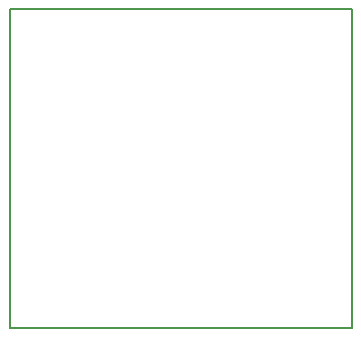
<source format=gbr>
G04 #@! TF.FileFunction,Profile,NP*
%FSLAX46Y46*%
G04 Gerber Fmt 4.6, Leading zero omitted, Abs format (unit mm)*
G04 Created by KiCad (PCBNEW 4.0.1-stable) date 2/3/2016 5:41:03 PM*
%MOMM*%
G01*
G04 APERTURE LIST*
%ADD10C,0.100000*%
%ADD11C,0.150000*%
G04 APERTURE END LIST*
D10*
D11*
X155000000Y-98000000D02*
X126000000Y-98000000D01*
X155000000Y-125000000D02*
X155000000Y-98000000D01*
X126000000Y-125000000D02*
X155000000Y-125000000D01*
X126000000Y-98000000D02*
X126000000Y-125000000D01*
M02*

</source>
